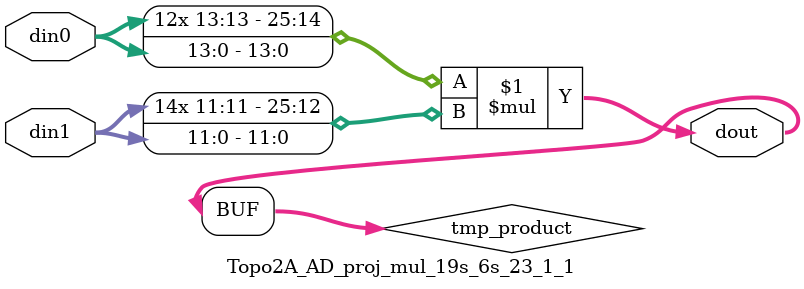
<source format=v>

`timescale 1 ns / 1 ps

 module Topo2A_AD_proj_mul_19s_6s_23_1_1(din0, din1, dout);
parameter ID = 1;
parameter NUM_STAGE = 0;
parameter din0_WIDTH = 14;
parameter din1_WIDTH = 12;
parameter dout_WIDTH = 26;

input [din0_WIDTH - 1 : 0] din0; 
input [din1_WIDTH - 1 : 0] din1; 
output [dout_WIDTH - 1 : 0] dout;

wire signed [dout_WIDTH - 1 : 0] tmp_product;



























assign tmp_product = $signed(din0) * $signed(din1);








assign dout = tmp_product;





















endmodule

</source>
